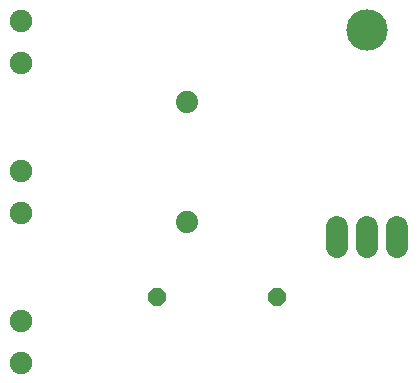
<source format=gbr>
G04 EAGLE Gerber X2 export*
%TF.Part,Single*%
%TF.FileFunction,Soldermask,Top,1*%
%TF.FilePolarity,Negative*%
%TF.GenerationSoftware,Autodesk,EAGLE,9.0.0*%
%TF.CreationDate,2018-08-14T10:41:07Z*%
G75*
%MOMM*%
%FSLAX34Y34*%
%LPD*%
%AMOC8*
5,1,8,0,0,1.08239X$1,22.5*%
G01*
%ADD10C,1.903200*%
%ADD11C,1.879600*%
%ADD12C,1.879600*%
%ADD13C,3.505200*%
%ADD14P,1.649562X8X22.500000*%


D10*
X49800Y627100D03*
X49800Y592100D03*
X49800Y754100D03*
X49800Y719100D03*
D11*
X190500Y584200D03*
X190500Y685800D03*
D12*
X317500Y579882D02*
X317500Y563118D01*
X342900Y563118D02*
X342900Y579882D01*
X368300Y579882D02*
X368300Y563118D01*
D13*
X342900Y746760D03*
D10*
X49800Y500100D03*
X49800Y465100D03*
D14*
X165100Y520700D03*
X266700Y520700D03*
M02*

</source>
